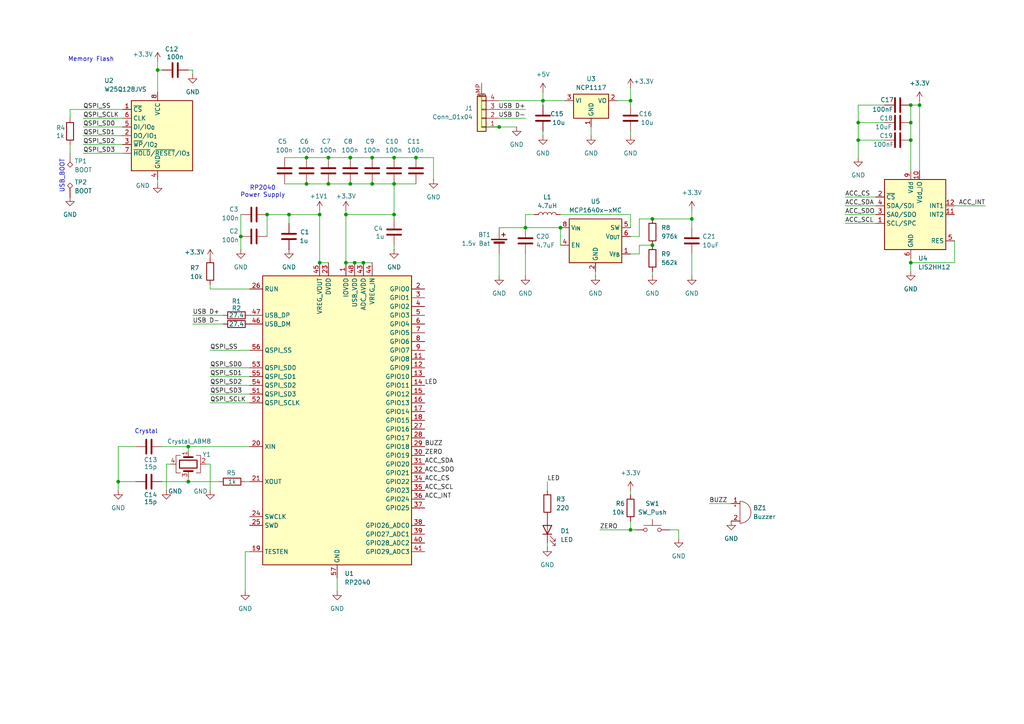
<source format=kicad_sch>
(kicad_sch (version 20250114) (generator "eeschema") (generator_version "9.0")
  (paper "A4")
  (lib_symbols
    (symbol "Connector:TestPoint_Alt" (pin_numbers (hide yes)) (pin_names (offset 0.762) (hide yes))
      (property "Reference" "TP" (at 0 6.858 0))
      (property "Value" "TestPoint_Alt" (at 0 5.08 0))
      (symbol "TestPoint_Alt_0_1"
        (polyline (pts (xy 0 2.54) (xy -0.762 3.302) (xy 0 4.064) (xy 0.762 3.302) (xy 0 2.54)))
      )
      (symbol "TestPoint_Alt_1_1"
        (pin passive line (at 0 0 90) (length 2.54) (name "1") (number "1"))
      )
    )
    (symbol "Connector_Generic_MountingPin:Conn_01x04_MountingPin" (pin_names (offset 1.016) (hide yes))
      (property "Reference" "J" (at 0 5.08 0))
      (property "Value" "Conn_01x04_MountingPin" (at 1.27 -7.62 0))
      (symbol "Conn_01x04_MountingPin_1_1"
        (rectangle (start -1.27 3.81) (end 1.27 -6.35) (stroke (width 0.254)) (fill (type background)))
        (rectangle (start -1.27 2.667) (end 0 2.413) (stroke (width 0.1524)))
        (rectangle (start -1.27 0.127) (end 0 -0.127) (stroke (width 0.1524)))
        (rectangle (start -1.27 -2.413) (end 0 -2.667) (stroke (width 0.1524)))
        (rectangle (start -1.27 -4.953) (end 0 -5.207) (stroke (width 0.1524)))
        (polyline (pts (xy -1.016 -7.112) (xy 1.016 -7.112)) (stroke (width 0.1524)))
        (text "Mounting" (at 0 -6.731 0) (effects (font (size 0.381 0.381))))
        (pin passive line (at -5.08 2.54 0) (length 3.81) (name "Pin_1") (number "1"))
        (pin passive line (at -5.08 0 0) (length 3.81) (name "Pin_2") (number "2"))
        (pin passive line (at -5.08 -2.54 0) (length 3.81) (name "Pin_3") (number "3"))
        (pin passive line (at -5.08 -5.08 0) (length 3.81) (name "Pin_4") (number "4"))
        (pin passive line (at 0 -10.16 90) (length 3.048) (name "MountPin") (number "MP"))
      )
    )
    (symbol "Device:Battery_Cell" (pin_numbers (hide yes)) (pin_names (offset 0) (hide yes))
      (property "Reference" "BT" (at 2.54 2.54 0))
      (property "Value" "Battery_Cell" (at 2.54 0 0))
      (symbol "Battery_Cell_0_1"
        (rectangle (start -2.286 1.778) (end 2.286 1.524) (fill (type outline)))
        (rectangle (start -1.524 1.016) (end 1.524 0.508) (fill (type outline)))
        (polyline (pts (xy 0 1.778) (xy 0 2.54)))
        (polyline (pts (xy 0 0.762) (xy 0 0)))
        (polyline (pts (xy 0.762 3.048) (xy 1.778 3.048)) (stroke (width 0.254)))
        (polyline (pts (xy 1.27 3.556) (xy 1.27 2.54)) (stroke (width 0.254)))
      )
      (symbol "Battery_Cell_1_1"
        (pin passive line (at 0 5.08 270) (length 2.54) (name "+") (number "1"))
        (pin passive line (at 0 -2.54 90) (length 2.54) (name "-") (number "2"))
      )
    )
    (symbol "Device:Buzzer" (pin_names (offset 0.0254) (hide yes))
      (property "Reference" "BZ" (at 3.81 1.27 0))
      (property "Value" "Buzzer" (at 3.81 -1.27 0))
      (symbol "Buzzer_0_1"
        (polyline (pts (xy -1.651 1.905) (xy -1.143 1.905)))
        (polyline (pts (xy -1.397 2.159) (xy -1.397 1.651)))
        (arc (start 0 3.175) (mid 3.1612 0) (end 0 -3.175))
        (polyline (pts (xy 0 3.175) (xy 0 -3.175)))
      )
      (symbol "Buzzer_1_1"
        (pin passive line (at -2.54 2.54 0) (length 2.54) (name "+") (number "1"))
        (pin passive line (at -2.54 -2.54 0) (length 2.54) (name "-") (number "2"))
      )
    )
    (symbol "Device:C" (pin_numbers (hide yes)) (pin_names (offset 0.254))
      (property "Reference" "C" (at 0.635 2.54 0))
      (property "Value" "C" (at 0.635 -2.54 0))
      (symbol "C_0_1"
        (polyline (pts (xy -2.032 0.762) (xy 2.032 0.762)) (stroke (width 0.508)))
        (polyline (pts (xy -2.032 -0.762) (xy 2.032 -0.762)) (stroke (width 0.508)))
      )
      (symbol "C_1_1"
        (pin passive line (at 0 3.81 270) (length 2.794) (name "~") (number "1"))
        (pin passive line (at 0 -3.81 90) (length 2.794) (name "~") (number "2"))
      )
    )
    (symbol "Device:Crystal_GND24" (pin_names (offset 1.016) (hide yes))
      (property "Reference" "Y" (at 3.175 5.08 0))
      (property "Value" "Crystal_GND24" (at 3.175 3.175 0))
      (symbol "Crystal_GND24_0_1"
        (polyline (pts (xy -2.54 2.286) (xy -2.54 3.556) (xy 2.54 3.556) (xy 2.54 2.286)))
        (polyline (pts (xy -2.54 0) (xy -2.032 0)))
        (polyline (pts (xy -2.54 -2.286) (xy -2.54 -3.556) (xy 2.54 -3.556) (xy 2.54 -2.286)))
        (polyline (pts (xy -2.032 -1.27) (xy -2.032 1.27)) (stroke (width 0.508)))
        (rectangle (start -1.143 2.54) (end 1.143 -2.54) (stroke (width 0.3048)))
        (polyline (pts (xy 0 3.556) (xy 0 3.81)))
        (polyline (pts (xy 0 -3.81) (xy 0 -3.556)))
        (polyline (pts (xy 2.032 0) (xy 2.54 0)))
        (polyline (pts (xy 2.032 -1.27) (xy 2.032 1.27)) (stroke (width 0.508)))
      )
      (symbol "Crystal_GND24_1_1"
        (pin passive line (at -3.81 0 0) (length 1.27) (name "1") (number "1"))
        (pin passive line (at 0 5.08 270) (length 1.27) (name "2") (number "2"))
        (pin passive line (at 0 -5.08 90) (length 1.27) (name "4") (number "4"))
        (pin passive line (at 3.81 0 180) (length 1.27) (name "3") (number "3"))
      )
    )
    (symbol "Device:L" (pin_numbers (hide yes)) (pin_names (offset 1.016) (hide yes))
      (property "Reference" "L" (at -1.27 0 90))
      (property "Value" "L" (at 1.905 0 90))
      (symbol "L_0_1"
        (arc (start 0 2.54) (mid 0.6323 1.905) (end 0 1.27))
        (arc (start 0 1.27) (mid 0.6323 0.635) (end 0 0))
        (arc (start 0 0) (mid 0.6323 -0.635) (end 0 -1.27))
        (arc (start 0 -1.27) (mid 0.6323 -1.905) (end 0 -2.54))
      )
      (symbol "L_1_1"
        (pin passive line (at 0 3.81 270) (length 1.27) (name "1") (number "1"))
        (pin passive line (at 0 -3.81 90) (length 1.27) (name "2") (number "2"))
      )
    )
    (symbol "Device:LED" (pin_numbers (hide yes)) (pin_names (offset 1.016) (hide yes))
      (property "Reference" "D" (at 0 2.54 0))
      (property "Value" "LED" (at 0 -2.54 0))
      (symbol "LED_0_1"
        (polyline (pts (xy -3.048 -0.762) (xy -4.572 -2.286) (xy -3.81 -2.286) (xy -4.572 -2.286) (xy -4.572 -1.524)))
        (polyline (pts (xy -1.778 -0.762) (xy -3.302 -2.286) (xy -2.54 -2.286) (xy -3.302 -2.286) (xy -3.302 -1.524)))
        (polyline (pts (xy -1.27 0) (xy 1.27 0)))
        (polyline (pts (xy -1.27 -1.27) (xy -1.27 1.27)) (stroke (width 0.254)))
        (polyline (pts (xy 1.27 -1.27) (xy 1.27 1.27) (xy -1.27 0) (xy 1.27 -1.27)) (stroke (width 0.254)))
      )
      (symbol "LED_1_1"
        (pin passive line (at -3.81 0 0) (length 2.54) (name "K") (number "1"))
        (pin passive line (at 3.81 0 180) (length 2.54) (name "A") (number "2"))
      )
    )
    (symbol "Device:R" (pin_numbers (hide yes)) (pin_names (offset 0))
      (property "Reference" "R" (at 2.032 0 90))
      (property "Value" "R" (at 0 0 90))
      (symbol "R_0_1"
        (rectangle (start -1.016 -2.54) (end 1.016 2.54) (stroke (width 0.254)))
      )
      (symbol "R_1_1"
        (pin passive line (at 0 3.81 270) (length 1.27) (name "~") (number "1"))
        (pin passive line (at 0 -3.81 90) (length 1.27) (name "~") (number "2"))
      )
    )
    (symbol "MCU_RaspberryPi:RP2040"
      (property "Reference" "U" (at 17.78 45.72 0))
      (property "Value" "RP2040" (at 17.78 43.18 0))
      (symbol "RP2040_0_1"
        (rectangle (start -21.59 41.91) (end 21.59 -41.91) (stroke (width 0.254)) (fill (type background)))
      )
      (symbol "RP2040_1_1"
        (pin input line (at -25.4 38.1 0) (length 3.81) (name "RUN") (number "26"))
        (pin bidirectional line (at -25.4 30.48 0) (length 3.81) (name "USB_DP") (number "47"))
        (pin bidirectional line (at -25.4 27.94 0) (length 3.81) (name "USB_DM") (number "46"))
        (pin bidirectional line (at -25.4 20.32 0) (length 3.81) (name "QSPI_SS") (number "56"))
        (pin bidirectional line (at -25.4 15.24 0) (length 3.81) (name "QSPI_SD0") (number "53"))
        (pin bidirectional line (at -25.4 12.7 0) (length 3.81) (name "QSPI_SD1") (number "55"))
        (pin bidirectional line (at -25.4 10.16 0) (length 3.81) (name "QSPI_SD2") (number "54"))
        (pin bidirectional line (at -25.4 7.62 0) (length 3.81) (name "QSPI_SD3") (number "51"))
        (pin output line (at -25.4 5.08 0) (length 3.81) (name "QSPI_SCLK") (number "52"))
        (pin input line (at -25.4 -7.62 0) (length 3.81) (name "XIN") (number "20"))
        (pin passive line (at -25.4 -17.78 0) (length 3.81) (name "XOUT") (number "21"))
        (pin input line (at -25.4 -27.94 0) (length 3.81) (name "SWCLK") (number "24"))
        (pin bidirectional line (at -25.4 -30.48 0) (length 3.81) (name "SWD") (number "25"))
        (pin input line (at -25.4 -38.1 0) (length 3.81) (name "TESTEN") (number "19"))
        (pin power_out line (at -5.08 45.72 270) (length 3.81) (name "VREG_VOUT") (number "45"))
        (pin power_in line (at -2.54 45.72 270) (length 3.81) (name "DVDD") (number "23"))
        (pin passive line (at -2.54 45.72 270) (length 3.81) (hide yes) (name "DVDD") (number "50"))
        (pin power_in line (at 0 -45.72 90) (length 3.81) (name "GND") (number "57"))
        (pin power_in line (at 2.54 45.72 270) (length 3.81) (name "IOVDD") (number "1"))
        (pin passive line (at 2.54 45.72 270) (length 3.81) (hide yes) (name "IOVDD") (number "10"))
        (pin passive line (at 2.54 45.72 270) (length 3.81) (hide yes) (name "IOVDD") (number "22"))
        (pin passive line (at 2.54 45.72 270) (length 3.81) (hide yes) (name "IOVDD") (number "33"))
        (pin passive line (at 2.54 45.72 270) (length 3.81) (hide yes) (name "IOVDD") (number "42"))
        (pin passive line (at 2.54 45.72 270) (length 3.81) (hide yes) (name "IOVDD") (number "49"))
        (pin power_in line (at 5.08 45.72 270) (length 3.81) (name "USB_VDD") (number "48"))
        (pin power_in line (at 7.62 45.72 270) (length 3.81) (name "ADC_AVDD") (number "43"))
        (pin power_in line (at 10.16 45.72 270) (length 3.81) (name "VREG_IN") (number "44"))
        (pin bidirectional line (at 25.4 38.1 180) (length 3.81) (name "GPIO0") (number "2"))
        (pin bidirectional line (at 25.4 35.56 180) (length 3.81) (name "GPIO1") (number "3"))
        (pin bidirectional line (at 25.4 33.02 180) (length 3.81) (name "GPIO2") (number "4"))
        (pin bidirectional line (at 25.4 30.48 180) (length 3.81) (name "GPIO3") (number "5"))
        (pin bidirectional line (at 25.4 27.94 180) (length 3.81) (name "GPIO4") (number "6"))
        (pin bidirectional line (at 25.4 25.4 180) (length 3.81) (name "GPIO5") (number "7"))
        (pin bidirectional line (at 25.4 22.86 180) (length 3.81) (name "GPIO6") (number "8"))
        (pin bidirectional line (at 25.4 20.32 180) (length 3.81) (name "GPIO7") (number "9"))
        (pin bidirectional line (at 25.4 17.78 180) (length 3.81) (name "GPIO8") (number "11"))
        (pin bidirectional line (at 25.4 15.24 180) (length 3.81) (name "GPIO9") (number "12"))
        (pin bidirectional line (at 25.4 12.7 180) (length 3.81) (name "GPIO10") (number "13"))
        (pin bidirectional line (at 25.4 10.16 180) (length 3.81) (name "GPIO11") (number "14"))
        (pin bidirectional line (at 25.4 7.62 180) (length 3.81) (name "GPIO12") (number "15"))
        (pin bidirectional line (at 25.4 5.08 180) (length 3.81) (name "GPIO13") (number "16"))
        (pin bidirectional line (at 25.4 2.54 180) (length 3.81) (name "GPIO14") (number "17"))
        (pin bidirectional line (at 25.4 0 180) (length 3.81) (name "GPIO15") (number "18"))
        (pin bidirectional line (at 25.4 -2.54 180) (length 3.81) (name "GPIO16") (number "27"))
        (pin bidirectional line (at 25.4 -5.08 180) (length 3.81) (name "GPIO17") (number "28"))
        (pin bidirectional line (at 25.4 -7.62 180) (length 3.81) (name "GPIO18") (number "29"))
        (pin bidirectional line (at 25.4 -10.16 180) (length 3.81) (name "GPIO19") (number "30"))
        (pin bidirectional line (at 25.4 -12.7 180) (length 3.81) (name "GPIO20") (number "31"))
        (pin bidirectional line (at 25.4 -15.24 180) (length 3.81) (name "GPIO21") (number "32"))
        (pin bidirectional line (at 25.4 -17.78 180) (length 3.81) (name "GPIO22") (number "34"))
        (pin bidirectional line (at 25.4 -20.32 180) (length 3.81) (name "GPIO23") (number "35"))
        (pin bidirectional line (at 25.4 -22.86 180) (length 3.81) (name "GPIO24") (number "36"))
        (pin bidirectional line (at 25.4 -25.4 180) (length 3.81) (name "GPIO25") (number "37"))
        (pin bidirectional line (at 25.4 -30.48 180) (length 3.81) (name "GPIO26_ADC0") (number "38"))
        (pin bidirectional line (at 25.4 -33.02 180) (length 3.81) (name "GPIO27_ADC1") (number "39"))
        (pin bidirectional line (at 25.4 -35.56 180) (length 3.81) (name "GPIO28_ADC2") (number "40"))
        (pin bidirectional line (at 25.4 -38.1 180) (length 3.81) (name "GPIO29_ADC3") (number "41"))
      )
    )
    (symbol "Memory_Flash:W25Q128JVS"
      (property "Reference" "U" (at -6.35 11.43 0))
      (property "Value" "W25Q128JVS" (at 7.62 11.43 0))
      (symbol "W25Q128JVS_0_1"
        (rectangle (start -7.62 10.16) (end 10.16 -10.16) (stroke (width 0.254)) (fill (type background)))
      )
      (symbol "W25Q128JVS_1_1"
        (pin input line (at -10.16 7.62 0) (length 2.54) (name "~{CS}") (number "1"))
        (pin input line (at -10.16 5.08 0) (length 2.54) (name "CLK") (number "6"))
        (pin bidirectional line (at -10.16 2.54 0) (length 2.54) (name "DI/IO_{0}") (number "5"))
        (pin bidirectional line (at -10.16 0 0) (length 2.54) (name "DO/IO_{1}") (number "2"))
        (pin bidirectional line (at -10.16 -2.54 0) (length 2.54) (name "~{WP}/IO_{2}") (number "3"))
        (pin bidirectional line (at -10.16 -5.08 0) (length 2.54) (name "~{HOLD}/~{RESET}/IO_{3}") (number "7"))
        (pin power_in line (at 0 12.7 270) (length 2.54) (name "VCC") (number "8"))
        (pin power_in line (at 0 -12.7 90) (length 2.54) (name "GND") (number "4"))
      )
    )
    (symbol "Regulator_Linear:NCP1117-3.3_SOT223"
      (property "Reference" "U" (at -3.81 3.175 0))
      (property "Value" "NCP1117-3.3_SOT223" (at 0 3.175 0))
      (symbol "NCP1117-3.3_SOT223_0_1"
        (rectangle (start -5.08 -5.08) (end 5.08 1.905) (stroke (width 0.254)) (fill (type background)))
      )
      (symbol "NCP1117-3.3_SOT223_1_1"
        (pin power_in line (at -7.62 0 0) (length 2.54) (name "VI") (number "3"))
        (pin power_in line (at 0 -7.62 90) (length 2.54) (name "GND") (number "1"))
        (pin power_out line (at 7.62 0 180) (length 2.54) (name "VO") (number "2"))
      )
    )
    (symbol "Regulator_Switching:MCP1640x-xMC"
      (property "Reference" "U" (at -7.62 8.89 0))
      (property "Value" "MCP1640x-xMC" (at 0 8.89 0))
      (symbol "MCP1640x-xMC_0_1"
        (rectangle (start -7.62 7.62) (end 7.62 -5.08) (stroke (width 0.254)) (fill (type background)))
      )
      (symbol "MCP1640x-xMC_1_1"
        (pin power_in line (at -10.16 5.08 0) (length 2.54) (name "V_{IN}") (number "8"))
        (pin input line (at -10.16 0 0) (length 2.54) (name "EN") (number "4"))
        (pin power_in line (at 0 -7.62 90) (length 2.54) (name "GND") (number "2"))
        (pin passive line (at 0 -7.62 90) (length 2.54) (hide yes) (name "GND") (number "3"))
        (pin passive line (at 0 -7.62 90) (length 2.54) (hide yes) (name "GND") (number "9"))
        (pin input line (at 10.16 5.08 180) (length 2.54) (name "SW") (number "5"))
        (pin power_out line (at 10.16 2.54 180) (length 2.54) (name "V_{OUT}") (number "6"))
        (pin passive line (at 10.16 2.54 180) (length 2.54) (hide yes) (name "V_{OUT}") (number "7"))
        (pin input line (at 10.16 -2.54 180) (length 2.54) (name "V_{FB}") (number "1"))
      )
    )
    (symbol "Sensor_Motion:LIS2HH12"
      (property "Reference" "U" (at -5.08 11.43 0))
      (property "Value" "LIS2HH12" (at 3.81 11.43 0))
      (symbol "LIS2HH12_0_1"
        (rectangle (start -7.62 10.16) (end 10.16 -10.16) (stroke (width 0.254)) (fill (type background)))
      )
      (symbol "LIS2HH12_1_1"
        (pin input line (at -10.16 5.08 0) (length 2.54) (name "~{CS}") (number "2"))
        (pin bidirectional line (at -10.16 2.54 0) (length 2.54) (name "SDA/SDI") (number "4"))
        (pin bidirectional line (at -10.16 0 0) (length 2.54) (name "SA0/SDO") (number "3"))
        (pin input line (at -10.16 -2.54 0) (length 2.54) (name "SCL/SPC") (number "1"))
        (pin power_in line (at 0 12.7 270) (length 2.54) (name "Vdd") (number "9"))
        (pin power_in line (at 0 -12.7 90) (length 2.54) (name "GND") (number "6"))
        (pin passive line (at 0 -12.7 90) (length 2.54) (hide yes) (name "GND") (number "7"))
        (pin passive line (at 0 -12.7 90) (length 2.54) (hide yes) (name "GND") (number "8"))
        (pin power_in line (at 2.54 12.7 270) (length 2.54) (name "Vdd_IO") (number "10"))
        (pin output line (at 12.7 2.54 180) (length 2.54) (name "INT1") (number "12"))
        (pin output line (at 12.7 0 180) (length 2.54) (name "INT2") (number "11"))
        (pin passive line (at 12.7 -7.62 180) (length 2.54) (name "RES") (number "5"))
      )
    )
    (symbol "Switch:SW_Push" (pin_numbers (hide yes)) (pin_names (offset 1.016) (hide yes))
      (property "Reference" "SW" (at 1.27 2.54 0))
      (property "Value" "SW_Push" (at 0 -1.524 0))
      (symbol "SW_Push_0_1"
        (circle (center -2.032 0) (radius 0.508))
        (polyline (pts (xy 0 1.27) (xy 0 3.048)))
        (circle (center 2.032 0) (radius 0.508))
        (polyline (pts (xy 2.54 1.27) (xy -2.54 1.27)))
        (pin passive line (at -5.08 0 0) (length 2.54) (name "1") (number "1"))
        (pin passive line (at 5.08 0 180) (length 2.54) (name "2") (number "2"))
      )
    )
    (symbol "power:+1V1" (power) (pin_numbers (hide yes)) (pin_names (offset 0) (hide yes))
      (property "Value" "+1V1" (at 0 3.556 0))
      (symbol "+1V1_0_1"
        (polyline (pts (xy -0.762 1.27) (xy 0 2.54)))
        (polyline (pts (xy 0 2.54) (xy 0.762 1.27)))
        (polyline (pts (xy 0 0) (xy 0 2.54)))
      )
      (symbol "+1V1_1_1"
        (pin power_in line (at 0 0 90) (length 0) (name "~") (number "1"))
      )
    )
    (symbol "power:+3.3V" (power) (pin_numbers (hide yes)) (pin_names (offset 0) (hide yes))
      (property "Value" "+3.3V" (at 0 3.556 0))
      (symbol "+3.3V_0_1"
        (polyline (pts (xy -0.762 1.27) (xy 0 2.54)))
        (polyline (pts (xy 0 2.54) (xy 0.762 1.27)))
        (polyline (pts (xy 0 0) (xy 0 2.54)))
      )
      (symbol "+3.3V_1_1"
        (pin power_in line (at 0 0 90) (length 0) (name "~") (number "1"))
      )
    )
    (symbol "power:+5V" (power) (pin_numbers (hide yes)) (pin_names (offset 0) (hide yes))
      (property "Value" "+5V" (at 0 3.556 0))
      (symbol "+5V_0_1"
        (polyline (pts (xy -0.762 1.27) (xy 0 2.54)))
        (polyline (pts (xy 0 2.54) (xy 0.762 1.27)))
        (polyline (pts (xy 0 0) (xy 0 2.54)))
      )
      (symbol "+5V_1_1"
        (pin power_in line (at 0 0 90) (length 0) (name "~") (number "1"))
      )
    )
    (symbol "power:GND" (power) (pin_numbers (hide yes)) (pin_names (offset 0) (hide yes))
      (property "Value" "GND" (at 0 -3.81 0))
      (symbol "GND_0_1"
        (polyline (pts (xy 0 0) (xy 0 -1.27) (xy 1.27 -1.27) (xy 0 -2.54) (xy -1.27 -1.27) (xy 0 -1.27)))
      )
      (symbol "GND_1_1"
        (pin power_in line (at 0 0 270) (length 0) (name "~") (number "1"))
      )
    )
  )
  (text "RP2040\nPower Supply" (at 76.2 55.626 0) (effects (font (size 1.27 1.27))))
  (text "Crystal" (at 42.418 125.222 0) (effects (font (size 1.27 1.27))))
  (text "Memory Flash" (at 26.416 17.272 0) (effects (font (size 1.27 1.27))))
  (text "USB_BOOT" (at 18.034 51.054 90) (effects (font (size 1.27 1.27))))
  (junction (at 114.3 62.23))
  (junction (at 264.16 35.56))
  (junction (at 144.78 36.83))
  (junction (at 101.6 45.72))
  (junction (at 248.92 35.56))
  (junction (at 88.9 45.72))
  (junction (at 102.87 76.2))
  (junction (at 45.72 20.32))
  (junction (at 107.95 45.72))
  (junction (at 264.16 30.48))
  (junction (at 83.82 62.23))
  (junction (at 200.66 63.5))
  (junction (at 69.85 68.58))
  (junction (at 114.3 53.34))
  (junction (at 100.33 76.2))
  (junction (at 54.61 129.54))
  (junction (at 88.9 53.34))
  (junction (at 264.16 40.64))
  (junction (at 264.16 76.2))
  (junction (at 182.88 153.67))
  (junction (at 157.48 29.21))
  (junction (at 162.56 66.04))
  (junction (at 95.25 53.34))
  (junction (at 182.88 29.21))
  (junction (at 114.3 45.72))
  (junction (at 101.6 53.34))
  (junction (at 34.29 139.7))
  (junction (at 77.47 62.23))
  (junction (at 120.65 45.72))
  (junction (at 248.92 40.64))
  (junction (at 92.71 76.2))
  (junction (at 189.23 63.5))
  (junction (at 107.95 53.34))
  (junction (at 54.61 139.7))
  (junction (at 266.7 30.48))
  (junction (at 152.4 66.04))
  (junction (at 105.41 76.2))
  (junction (at 95.25 45.72))
  (junction (at 100.33 62.23))
  (junction (at 189.23 71.12))
  (junction (at 92.71 62.23))
  (wire (pts (xy 100.33 62.23) (xy 100.33 76.2)))
  (wire (pts (xy 20.32 31.75) (xy 35.56 31.75)))
  (wire (pts (xy 256.54 30.48) (xy 248.92 30.48)))
  (wire (pts (xy 157.48 26.67) (xy 157.48 29.21)))
  (wire (pts (xy 107.95 45.72) (xy 114.3 45.72)))
  (wire (pts (xy 55.88 91.44) (xy 64.77 91.44)))
  (wire (pts (xy 54.61 20.32) (xy 55.88 20.32)))
  (wire (pts (xy 152.4 66.04) (xy 162.56 66.04)))
  (wire (pts (xy 60.96 82.55) (xy 60.96 83.82)))
  (wire (pts (xy 157.48 29.21) (xy 163.83 29.21)))
  (wire (pts (xy 46.99 139.7) (xy 54.61 139.7)))
  (wire (pts (xy 54.61 129.54) (xy 72.39 129.54)))
  (wire (pts (xy 276.86 76.2) (xy 264.16 76.2)))
  (wire (pts (xy 182.88 142.24) (xy 182.88 143.51)))
  (wire (pts (xy 24.13 44.45) (xy 35.56 44.45)))
  (wire (pts (xy 114.3 62.23) (xy 114.3 63.5)))
  (wire (pts (xy 248.92 30.48) (xy 248.92 35.56)))
  (wire (pts (xy 182.88 38.1) (xy 182.88 39.37)))
  (wire (pts (xy 144.78 36.83) (xy 149.86 36.83)))
  (wire (pts (xy 264.16 76.2) (xy 264.16 74.93)))
  (wire (pts (xy 20.32 44.45) (xy 20.32 41.91)))
  (wire (pts (xy 264.16 78.74) (xy 264.16 76.2)))
  (wire (pts (xy 200.66 73.66) (xy 200.66 80.01)))
  (wire (pts (xy 245.11 64.77) (xy 254 64.77)))
  (wire (pts (xy 54.61 139.7) (xy 63.5 139.7)))
  (wire (pts (xy 24.13 41.91) (xy 35.56 41.91)))
  (wire (pts (xy 185.42 63.5) (xy 185.42 68.58)))
  (wire (pts (xy 248.92 40.64) (xy 248.92 45.72)))
  (wire (pts (xy 266.7 30.48) (xy 266.7 49.53)))
  (wire (pts (xy 264.16 35.56) (xy 264.16 40.64)))
  (wire (pts (xy 60.96 83.82) (xy 72.39 83.82)))
  (wire (pts (xy 60.96 114.3) (xy 72.39 114.3)))
  (wire (pts (xy 200.66 63.5) (xy 200.66 66.04)))
  (wire (pts (xy 69.85 62.23) (xy 69.85 68.58)))
  (wire (pts (xy 55.88 20.32) (xy 55.88 21.59)))
  (wire (pts (xy 162.56 66.04) (xy 162.56 71.12)))
  (wire (pts (xy 276.86 59.69) (xy 285.75 59.69)))
  (wire (pts (xy 245.11 57.15) (xy 254 57.15)))
  (wire (pts (xy 107.95 53.34) (xy 114.3 53.34)))
  (wire (pts (xy 114.3 53.34) (xy 114.3 62.23)))
  (wire (pts (xy 71.12 160.02) (xy 72.39 160.02)))
  (wire (pts (xy 48.26 134.62) (xy 49.53 134.62)))
  (wire (pts (xy 182.88 151.13) (xy 182.88 153.67)))
  (wire (pts (xy 46.99 129.54) (xy 54.61 129.54)))
  (wire (pts (xy 158.75 139.7) (xy 158.75 142.24)))
  (wire (pts (xy 60.96 101.6) (xy 72.39 101.6)))
  (wire (pts (xy 82.55 45.72) (xy 88.9 45.72)))
  (wire (pts (xy 71.12 171.45) (xy 71.12 160.02)))
  (wire (pts (xy 185.42 68.58) (xy 182.88 68.58)))
  (wire (pts (xy 92.71 62.23) (xy 92.71 76.2)))
  (wire (pts (xy 54.61 130.81) (xy 54.61 129.54)))
  (wire (pts (xy 82.55 53.34) (xy 88.9 53.34)))
  (wire (pts (xy 71.12 139.7) (xy 72.39 139.7)))
  (wire (pts (xy 24.13 39.37) (xy 35.56 39.37)))
  (wire (pts (xy 60.96 109.22) (xy 72.39 109.22)))
  (wire (pts (xy 55.88 93.98) (xy 64.77 93.98)))
  (wire (pts (xy 77.47 62.23) (xy 77.47 68.58)))
  (wire (pts (xy 83.82 62.23) (xy 92.71 62.23)))
  (wire (pts (xy 194.31 153.67) (xy 196.85 153.67)))
  (wire (pts (xy 77.47 62.23) (xy 83.82 62.23)))
  (wire (pts (xy 139.7 36.83) (xy 144.78 36.83)))
  (wire (pts (xy 152.4 62.23) (xy 154.94 62.23)))
  (wire (pts (xy 92.71 60.96) (xy 92.71 62.23)))
  (wire (pts (xy 173.99 153.67) (xy 182.88 153.67)))
  (wire (pts (xy 101.6 53.34) (xy 107.95 53.34)))
  (wire (pts (xy 200.66 60.96) (xy 200.66 63.5)))
  (wire (pts (xy 184.15 153.67) (xy 182.88 153.67)))
  (wire (pts (xy 34.29 139.7) (xy 39.37 139.7)))
  (wire (pts (xy 102.87 76.2) (xy 105.41 76.2)))
  (wire (pts (xy 182.88 29.21) (xy 179.07 29.21)))
  (wire (pts (xy 196.85 153.67) (xy 196.85 156.21)))
  (wire (pts (xy 120.65 45.72) (xy 114.3 45.72)))
  (wire (pts (xy 185.42 73.66) (xy 182.88 73.66)))
  (wire (pts (xy 266.7 29.21) (xy 266.7 30.48)))
  (wire (pts (xy 245.11 62.23) (xy 254 62.23)))
  (wire (pts (xy 189.23 63.5) (xy 200.66 63.5)))
  (wire (pts (xy 264.16 30.48) (xy 266.7 30.48)))
  (wire (pts (xy 95.25 45.72) (xy 101.6 45.72)))
  (wire (pts (xy 92.71 76.2) (xy 95.25 76.2)))
  (wire (pts (xy 157.48 30.48) (xy 157.48 29.21)))
  (wire (pts (xy 264.16 40.64) (xy 264.16 49.53)))
  (wire (pts (xy 157.48 29.21) (xy 144.78 29.21)))
  (wire (pts (xy 182.88 30.48) (xy 182.88 29.21)))
  (wire (pts (xy 34.29 142.24) (xy 34.29 139.7)))
  (wire (pts (xy 54.61 139.7) (xy 54.61 138.43)))
  (wire (pts (xy 60.96 134.62) (xy 59.69 134.62)))
  (wire (pts (xy 60.96 111.76) (xy 72.39 111.76)))
  (wire (pts (xy 248.92 35.56) (xy 256.54 35.56)))
  (wire (pts (xy 144.78 31.75) (xy 152.4 31.75)))
  (wire (pts (xy 144.78 80.01) (xy 144.78 73.66)))
  (wire (pts (xy 100.33 62.23) (xy 114.3 62.23)))
  (wire (pts (xy 83.82 62.23) (xy 83.82 64.77)))
  (wire (pts (xy 162.56 62.23) (xy 182.88 62.23)))
  (wire (pts (xy 276.86 69.85) (xy 276.86 76.2)))
  (wire (pts (xy 144.78 34.29) (xy 152.4 34.29)))
  (wire (pts (xy 264.16 30.48) (xy 264.16 35.56)))
  (wire (pts (xy 189.23 80.01) (xy 189.23 78.74)))
  (wire (pts (xy 45.72 17.78) (xy 45.72 20.32)))
  (wire (pts (xy 101.6 45.72) (xy 107.95 45.72)))
  (wire (pts (xy 158.75 158.75) (xy 158.75 157.48)))
  (wire (pts (xy 105.41 76.2) (xy 107.95 76.2)))
  (wire (pts (xy 48.26 142.24) (xy 48.26 134.62)))
  (wire (pts (xy 114.3 53.34) (xy 120.65 53.34)))
  (wire (pts (xy 45.72 53.34) (xy 45.72 52.07)))
  (wire (pts (xy 139.7 24.13) (xy 139.7 36.83)))
  (wire (pts (xy 205.74 146.05) (xy 212.09 146.05)))
  (wire (pts (xy 34.29 129.54) (xy 34.29 139.7)))
  (wire (pts (xy 248.92 40.64) (xy 256.54 40.64)))
  (wire (pts (xy 172.72 78.74) (xy 172.72 80.01)))
  (wire (pts (xy 24.13 34.29) (xy 35.56 34.29)))
  (wire (pts (xy 24.13 36.83) (xy 35.56 36.83)))
  (wire (pts (xy 125.73 45.72) (xy 120.65 45.72)))
  (wire (pts (xy 144.78 66.04) (xy 152.4 66.04)))
  (wire (pts (xy 45.72 20.32) (xy 46.99 20.32)))
  (wire (pts (xy 88.9 53.34) (xy 95.25 53.34)))
  (wire (pts (xy 34.29 129.54) (xy 39.37 129.54)))
  (wire (pts (xy 185.42 63.5) (xy 189.23 63.5)))
  (wire (pts (xy 248.92 35.56) (xy 248.92 40.64)))
  (wire (pts (xy 125.73 45.72) (xy 125.73 52.07)))
  (wire (pts (xy 157.48 39.37) (xy 157.48 38.1)))
  (wire (pts (xy 185.42 71.12) (xy 189.23 71.12)))
  (wire (pts (xy 45.72 20.32) (xy 45.72 26.67)))
  (wire (pts (xy 182.88 62.23) (xy 182.88 66.04)))
  (wire (pts (xy 20.32 34.29) (xy 20.32 31.75)))
  (wire (pts (xy 245.11 59.69) (xy 254 59.69)))
  (wire (pts (xy 185.42 71.12) (xy 185.42 73.66)))
  (wire (pts (xy 97.79 171.45) (xy 97.79 167.64)))
  (wire (pts (xy 100.33 76.2) (xy 102.87 76.2)))
  (wire (pts (xy 152.4 80.01) (xy 152.4 73.66)))
  (wire (pts (xy 182.88 25.4) (xy 182.88 29.21)))
  (wire (pts (xy 60.96 116.84) (xy 72.39 116.84)))
  (wire (pts (xy 152.4 62.23) (xy 152.4 66.04)))
  (wire (pts (xy 95.25 53.34) (xy 101.6 53.34)))
  (wire (pts (xy 60.96 106.68) (xy 72.39 106.68)))
  (wire (pts (xy 69.85 68.58) (xy 69.85 72.39)))
  (wire (pts (xy 171.45 36.83) (xy 171.45 39.37)))
  (wire (pts (xy 60.96 142.24) (xy 60.96 134.62)))
  (wire (pts (xy 100.33 60.96) (xy 100.33 62.23)))
  (wire (pts (xy 88.9 45.72) (xy 95.25 45.72)))
  (wire (pts (xy 114.3 71.12) (xy 114.3 72.39)))
  (label "BUZZ" (at 123.19 129.54 0))
  (label "QSPI_SS" (at 24.13 31.75 0))
  (label "ACC_INT" (at 123.19 144.78 0))
  (label "BUZZ" (at 205.74 146.05 0))
  (label "QSPI_SS" (at 60.96 101.6 0))
  (label "LED" (at 158.75 139.7 0))
  (label "ACC_CS" (at 123.19 139.7 0))
  (label "ACC_SDA" (at 123.19 134.62 0))
  (label "QSPI_SD0" (at 60.96 106.68 0))
  (label "QSPI_SD2" (at 24.13 41.91 0))
  (label "USB D+" (at 152.4 31.75 180))
  (label "QSPI_SD3" (at 60.96 114.3 0))
  (label "ACC_SDO" (at 123.19 137.16 0))
  (label "ACC_SCL" (at 123.19 142.24 0))
  (label "QSPI_SD1" (at 24.13 39.37 0))
  (label "QSPI_SCLK" (at 24.13 34.29 0))
  (label "ACC_CS" (at 245.11 57.15 0))
  (label "QSPI_SD0" (at 24.13 36.83 0))
  (label "QSPI_SD2" (at 60.96 111.76 0))
  (label "LED" (at 123.19 111.76 0))
  (label "QSPI_SCLK" (at 60.96 116.84 0))
  (label "ACC_SDO" (at 245.11 62.23 0))
  (label "USB D-" (at 55.88 93.98 0))
  (label "ZERO" (at 173.99 153.67 0))
  (label "ACC_INT" (at 285.75 59.69 180))
  (label "QSPI_SD3" (at 24.13 44.45 0))
  (label "USB D-" (at 152.4 34.29 180))
  (label "QSPI_SD1" (at 60.96 109.22 0))
  (label "ACC_SDA" (at 245.11 59.69 0))
  (label "ACC_SCL" (at 245.11 64.77 0))
  (label "USB D+" (at 55.88 91.44 0))
  (label "ZERO" (at 123.19 132.08 0))
  (symbol (lib_id "Regulator_Linear:NCP1117-3.3_SOT223") (at 171.45 29.21 0) (unit 1)
    (property "Reference" "U3" (at 171.45 22.86 0))
    (property "Value" "NCP1117" (at 171.45 25.4 0))
    (property "Footprint" "Package_TO_SOT_SMD:SOT-223-3_TabPin2" (effects (hide yes)))
    (property "Datasheet" "http://www.onsemi.com/pub_link/Collateral/NCP1117-D.PDF" (effects (hide yes)))
    (property "Description" "1A Low drop-out regulator, Fixed Output 3.3V, SOT-223" (effects (hide yes)))
  )
  (symbol (lib_id "Device:C") (at 114.3 67.31 180) (unit 1)
    (property "Reference" "C4" (at 109.728 66.294 0))
    (property "Value" "1u" (at 110.236 68.58 0))
    (property "Footprint" "Capacitor_SMD:C_0402_1005Metric" (effects (hide yes)))
    (property "Description" "Unpolarized capacitor" (effects (hide yes)))
  )
  (symbol (lib_id "Device:C") (at 73.66 62.23 90) (unit 1)
    (property "Reference" "C3" (at 67.818 60.706 90))
    (property "Value" "100n" (at 66.802 63.246 90))
    (property "Footprint" "Capacitor_SMD:C_0402_1005Metric" (effects (hide yes)))
    (property "Description" "Unpolarized capacitor" (effects (hide yes)))
  )
  (symbol (lib_id "Device:C") (at 152.4 69.85 0) (unit 1)
    (property "Reference" "C20" (at 155.448 68.58 0) (effects (justify left)))
    (property "Value" "4.7uF" (at 155.448 71.12 0) (effects (justify left)))
    (property "Footprint" "Capacitor_SMD:C_0402_1005Metric" (effects (hide yes)))
    (property "Description" "Unpolarized capacitor" (effects (hide yes)))
  )
  (symbol (lib_id "Device:C") (at 95.25 49.53 180) (unit 1)
    (property "Reference" "C7" (at 94.615 41.021 0))
    (property "Value" "100n" (at 95.123 43.561 0))
    (property "Footprint" "Capacitor_SMD:C_0402_1005Metric" (effects (hide yes)))
    (property "Description" "Unpolarized capacitor" (effects (hide yes)))
  )
  (symbol (lib_id "Device:Battery_Cell") (at 144.78 71.12 0) (unit 1)
    (property "Reference" "BT1" (at 138.684 68.072 0) (effects (justify left)))
    (property "Value" "1.5v Bat" (at 133.858 70.612 0) (effects (justify left)))
    (property "Footprint" "Battery:BatteryHolder_Keystone_2998_1x6.8mm" (effects (hide yes)))
    (property "Description" "Single-cell battery" (effects (hide yes)))
  )
  (symbol (lib_id "power:+3.3V") (at 100.33 60.96 0) (unit 1)
    (property "Reference" "#PWR028" (effects (hide yes)))
    (property "Value" "+3.3V" (at 100.33 56.896 0))
    (property "Description" "Power symbol creates a global label with name \"+3.3V\"" (effects (hide yes)))
  )
  (symbol (lib_id "power:GND") (at 200.66 80.01 0) (unit 1)
    (property "Reference" "#PWR017" (effects (hide yes)))
    (property "Value" "GND" (at 200.66 85.09 0))
    (property "Description" "Power symbol creates a global label with name \"GND\" , ground" (effects (hide yes)))
  )
  (symbol (lib_id "power:GND") (at 189.23 80.01 0) (unit 1)
    (property "Reference" "#PWR014" (effects (hide yes)))
    (property "Value" "GND" (at 189.23 85.09 0))
    (property "Description" "Power symbol creates a global label with name \"GND\" , ground" (effects (hide yes)))
  )
  (symbol (lib_id "power:GND") (at 55.88 21.59 0) (unit 1)
    (property "Reference" "#PWR040" (effects (hide yes)))
    (property "Value" "GND" (at 55.88 26.67 0))
    (property "Description" "Power symbol creates a global label with name \"GND\" , ground" (effects (hide yes)))
  )
  (symbol (lib_id "Device:C") (at 43.18 139.7 90) (unit 1)
    (property "Reference" "C14" (at 43.688 143.51 90))
    (property "Value" "15p" (at 43.688 145.542 90))
    (property "Footprint" "Capacitor_SMD:C_0402_1005Metric" (effects (hide yes)))
    (property "Description" "Unpolarized capacitor" (effects (hide yes)))
  )
  (symbol (lib_id "power:GND") (at 60.96 142.24 0) (unit 1)
    (property "Reference" "#PWR042" (effects (hide yes)))
    (property "Value" "GND" (at 58.166 142.494 0))
    (property "Description" "Power symbol creates a global label with name \"GND\" , ground" (effects (hide yes)))
  )
  (symbol (lib_id "power:GND") (at 158.75 158.75 0) (unit 1)
    (property "Reference" "#PWR02" (effects (hide yes)))
    (property "Value" "GND" (at 158.75 163.83 0))
    (property "Description" "Power symbol creates a global label with name \"GND\" , ground" (effects (hide yes)))
  )
  (symbol (lib_id "Device:R") (at 68.58 91.44 270) (unit 1)
    (property "Reference" "R1" (at 68.58 87.376 90))
    (property "Value" "27.4" (at 68.58 91.44 90))
    (property "Footprint" "Resistor_SMD:R_0402_1005Metric" (effects (hide yes)))
    (property "Description" "Resistor" (effects (hide yes)))
  )
  (symbol (lib_id "power:+1V1") (at 92.71 60.96 0) (unit 1)
    (property "Reference" "#PWR030" (effects (hide yes)))
    (property "Value" "+1V1" (at 92.456 56.896 0))
    (property "Description" "Power symbol creates a global label with name \"+1V1\"" (effects (hide yes)))
  )
  (symbol (lib_id "power:GND") (at 196.85 156.21 0) (unit 1)
    (property "Reference" "#PWR06" (effects (hide yes)))
    (property "Value" "GND" (at 196.85 161.29 0))
    (property "Description" "Power symbol creates a global label with name \"GND\" , ground" (effects (hide yes)))
  )
  (symbol (lib_id "power:GND") (at 97.79 171.45 0) (unit 1)
    (property "Reference" "#PWR018" (effects (hide yes)))
    (property "Value" "GND" (at 97.79 176.53 0))
    (property "Description" "Power symbol creates a global label with name \"GND\" , ground" (effects (hide yes)))
  )
  (symbol (lib_id "power:GND") (at 172.72 80.01 0) (unit 1)
    (property "Reference" "#PWR09" (effects (hide yes)))
    (property "Value" "GND" (at 172.72 85.09 0))
    (property "Description" "Power symbol creates a global label with name \"GND\" , ground" (effects (hide yes)))
  )
  (symbol (lib_id "Device:C") (at 73.66 68.58 90) (unit 1)
    (property "Reference" "C2" (at 67.818 67.056 90))
    (property "Value" "100n" (at 66.802 69.596 90))
    (property "Footprint" "Capacitor_SMD:C_0402_1005Metric" (effects (hide yes)))
    (property "Description" "Unpolarized capacitor" (effects (hide yes)))
  )
  (symbol (lib_id "Device:R") (at 189.23 74.93 0) (unit 1)
    (property "Reference" "R9" (at 191.77 73.6599 0) (effects (justify left)))
    (property "Value" "562k" (at 191.77 76.1999 0) (effects (justify left)))
    (property "Footprint" "Resistor_SMD:R_0402_1005Metric" (effects (hide yes)))
    (property "Description" "Resistor" (effects (hide yes)))
  )
  (symbol (lib_id "power:GND") (at 171.45 39.37 0) (unit 1)
    (property "Reference" "#PWR022" (effects (hide yes)))
    (property "Value" "GND" (at 171.45 44.45 0))
    (property "Description" "Power symbol creates a global label with name \"GND\" , ground" (effects (hide yes)))
  )
  (symbol (lib_id "Device:C") (at 260.35 30.48 90) (unit 1)
    (property "Reference" "C17" (at 257.302 28.956 90))
    (property "Value" "100nF" (at 256.032 31.75 90))
    (property "Footprint" "Capacitor_SMD:C_0402_1005Metric" (effects (hide yes)))
    (property "Description" "Unpolarized capacitor" (effects (hide yes)))
  )
  (symbol (lib_id "Device:C") (at 260.35 40.64 90) (unit 1)
    (property "Reference" "C19" (at 257.048 39.37 90))
    (property "Value" "100nF" (at 256.286 41.91 90))
    (property "Footprint" "Capacitor_SMD:C_0402_1005Metric" (effects (hide yes)))
    (property "Description" "Unpolarized capacitor" (effects (hide yes)))
  )
  (symbol (lib_id "power:GND") (at 149.86 36.83 0) (unit 1)
    (property "Reference" "#PWR03" (effects (hide yes)))
    (property "Value" "GND" (at 149.86 41.91 0))
    (property "Description" "Power symbol creates a global label with name \"GND\" , ground" (effects (hide yes)))
  )
  (symbol (lib_id "power:GND") (at 45.72 53.34 0) (unit 1)
    (property "Reference" "#PWR038" (effects (hide yes)))
    (property "Value" "GND" (at 41.402 53.848 0))
    (property "Description" "Power symbol creates a global label with name \"GND\" , ground" (effects (hide yes)))
  )
  (symbol (lib_id "Device:R") (at 20.32 38.1 180) (unit 1)
    (property "Reference" "R4" (at 16.256 37.084 0) (effects (justify right)))
    (property "Value" "1k" (at 16.256 39.37 0) (effects (justify right)))
    (property "Footprint" "Resistor_SMD:R_0402_1005Metric" (effects (hide yes)))
    (property "Description" "Resistor" (effects (hide yes)))
  )
  (symbol (lib_id "Device:Buzzer") (at 214.63 148.59 0) (unit 1)
    (property "Reference" "BZ1" (at 218.44 147.3199 0) (effects (justify left)))
    (property "Value" "Buzzer" (at 218.44 149.8599 0) (effects (justify left)))
    (property "Footprint" "Buzzer_Beeper:Buzzer_CUI_CPT-9019S-SMT" (effects (hide yes)))
    (property "Description" "Buzzer, polarized" (effects (hide yes)))
  )
  (symbol (lib_id "Device:C") (at 182.88 34.29 180) (unit 1)
    (property "Reference" "C16" (at 187.198 33.02 0))
    (property "Value" "10u" (at 187.706 35.56 0))
    (property "Footprint" "Capacitor_SMD:C_0402_1005Metric" (effects (hide yes)))
    (property "Description" "Unpolarized capacitor" (effects (hide yes)))
  )
  (symbol (lib_id "power:GND") (at 34.29 142.24 0) (unit 1)
    (property "Reference" "#PWR043" (effects (hide yes)))
    (property "Value" "GND" (at 34.29 147.32 0))
    (property "Description" "Power symbol creates a global label with name \"GND\" , ground" (effects (hide yes)))
  )
  (symbol (lib_id "Device:C") (at 82.55 49.53 180) (unit 1)
    (property "Reference" "C5" (at 81.915 41.021 0))
    (property "Value" "100n" (at 82.423 43.561 0))
    (property "Footprint" "Capacitor_SMD:C_0402_1005Metric" (effects (hide yes)))
    (property "Description" "Unpolarized capacitor" (effects (hide yes)))
  )
  (symbol (lib_id "power:GND") (at 182.88 39.37 0) (unit 1)
    (property "Reference" "#PWR026" (effects (hide yes)))
    (property "Value" "GND" (at 182.88 44.45 0))
    (property "Description" "Power symbol creates a global label with name \"GND\" , ground" (effects (hide yes)))
  )
  (symbol (lib_id "Connector_Generic_MountingPin:Conn_01x04_MountingPin") (at 139.7 34.29 180) (unit 1)
    (property "Reference" "J1" (at 137.16 31.3943 0) (effects (justify left)))
    (property "Value" "Conn_01x04" (at 137.16 33.9343 0) (effects (justify left)))
    (property "Footprint" "Connector_Molex:Molex_CLIK-Mate_502585-0470_1x04-1MP_P1.50mm_Horizontal" (effects (hide yes)))
    (property "Description" "Generic connectable mounting pin connector, single row, 01x04, script generated (kicad-library-utils/schlib/autogen/connector/)" (effects (hide yes)))
  )
  (symbol (lib_id "Device:L") (at 158.75 62.23 90) (unit 1)
    (property "Reference" "L1" (at 158.75 57.15 90))
    (property "Value" "4.7uH" (at 158.75 59.69 90))
    (property "Footprint" "Inductor_SMD:L_0402_1005Metric" (effects (hide yes)))
    (property "Description" "Inductor" (effects (hide yes)))
  )
  (symbol (lib_id "Device:R") (at 158.75 146.05 0) (unit 1)
    (property "Reference" "R3" (at 161.29 144.7799 0) (effects (justify left)))
    (property "Value" "220" (at 161.29 147.3199 0) (effects (justify left)))
    (property "Footprint" "Resistor_SMD:R_0402_1005Metric" (effects (hide yes)))
    (property "Description" "Resistor" (effects (hide yes)))
  )
  (symbol (lib_id "power:GND") (at 157.48 39.37 0) (unit 1)
    (property "Reference" "#PWR020" (effects (hide yes)))
    (property "Value" "GND" (at 157.48 44.45 0))
    (property "Description" "Power symbol creates a global label with name \"GND\" , ground" (effects (hide yes)))
  )
  (symbol (lib_id "power:+5V") (at 157.48 26.67 0) (unit 1)
    (property "Reference" "#PWR011" (effects (hide yes)))
    (property "Value" "+5V" (at 157.48 21.59 0))
    (property "Description" "Power symbol creates a global label with name \"+5V\"" (effects (hide yes)))
  )
  (symbol (lib_id "power:GND") (at 248.92 45.72 0) (unit 1)
    (property "Reference" "#PWR010" (effects (hide yes)))
    (property "Value" "GND" (at 248.92 50.8 0))
    (property "Description" "Power symbol creates a global label with name \"GND\" , ground" (effects (hide yes)))
  )
  (symbol (lib_id "Switch:SW_Push") (at 189.23 153.67 0) (unit 1)
    (property "Reference" "SW1" (at 189.23 146.05 0))
    (property "Value" "SW_Push" (at 189.23 148.59 0))
    (property "Footprint" "Button_Switch_SMD:SW_Push_1TS009xxxx-xxxx-xxxx_6x6x5mm" (effects (hide yes)))
    (property "Description" "Push button switch, generic, two pins" (effects (hide yes)))
  )
  (symbol (lib_id "power:GND") (at 264.16 78.74 0) (unit 1)
    (property "Reference" "#PWR07" (effects (hide yes)))
    (property "Value" "GND" (at 264.16 83.82 0))
    (property "Description" "Power symbol creates a global label with name \"GND\" , ground" (effects (hide yes)))
  )
  (symbol (lib_id "Device:R") (at 67.31 139.7 90) (unit 1)
    (property "Reference" "R5" (at 67.056 137.16 90))
    (property "Value" "1k" (at 67.31 139.7 90))
    (property "Footprint" "Resistor_SMD:R_0402_1005Metric" (effects (hide yes)))
    (property "Description" "Resistor" (effects (hide yes)))
  )
  (symbol (lib_id "power:GND") (at 152.4 80.01 0) (unit 1)
    (property "Reference" "#PWR012" (effects (hide yes)))
    (property "Value" "GND" (at 152.4 85.09 0))
    (property "Description" "Power symbol creates a global label with name \"GND\" , ground" (effects (hide yes)))
  )
  (symbol (lib_id "power:GND") (at 114.3 72.39 0) (unit 1)
    (property "Reference" "#PWR029" (effects (hide yes)))
    (property "Value" "GND" (at 114.3 77.47 0))
    (property "Description" "Power symbol creates a global label with name \"GND\" , ground" (effects (hide yes)))
  )
  (symbol (lib_id "Device:R") (at 68.58 93.98 270) (unit 1)
    (property "Reference" "R2" (at 68.58 89.408 90))
    (property "Value" "27.4" (at 68.58 93.98 90))
    (property "Footprint" "Resistor_SMD:R_0402_1005Metric" (effects (hide yes)))
    (property "Description" "Resistor" (effects (hide yes)))
  )
  (symbol (lib_id "Device:R") (at 189.23 67.31 0) (unit 1)
    (property "Reference" "R8" (at 191.77 66.0399 0) (effects (justify left)))
    (property "Value" "976k" (at 191.77 68.5799 0) (effects (justify left)))
    (property "Footprint" "Resistor_SMD:R_0402_1005Metric" (effects (hide yes)))
    (property "Description" "Resistor" (effects (hide yes)))
  )
  (symbol (lib_id "Device:C") (at 114.3 49.53 180) (unit 1)
    (property "Reference" "C10" (at 113.665 41.021 0))
    (property "Value" "100n" (at 114.173 43.561 0))
    (property "Footprint" "Capacitor_SMD:C_0402_1005Metric" (effects (hide yes)))
    (property "Description" "Unpolarized capacitor" (effects (hide yes)))
  )
  (symbol (lib_id "Device:C") (at 50.8 20.32 90) (unit 1)
    (property "Reference" "C12" (at 49.784 14.224 90))
    (property "Value" "100n" (at 50.8 16.51 90))
    (property "Footprint" "Capacitor_SMD:C_0402_1005Metric" (effects (hide yes)))
    (property "Description" "Unpolarized capacitor" (effects (hide yes)))
  )
  (symbol (lib_id "Sensor_Motion:LIS2HH12") (at 264.16 62.23 0) (unit 1)
    (property "Reference" "U4" (at 266.3033 74.93 0) (effects (justify left)))
    (property "Value" "LIS2HH12" (at 266.3033 77.47 0) (effects (justify left)))
    (property "Footprint" "Package_LGA:LGA-12_2x2mm_P0.5mm" (effects (hide yes)))
    (property "Datasheet" "www.st.com/resource/en/datasheet/lis2hh12.pdf" (effects (hide yes)))
    (property "Description" "3-Axis Accelerometer, 2/4/8g range, I2C/SPI interface" (effects (hide yes)))
  )
  (symbol (lib_id "power:GND") (at 20.32 57.15 0) (unit 1)
    (property "Reference" "#PWR039" (effects (hide yes)))
    (property "Value" "GND" (at 20.32 62.23 0))
    (property "Description" "Power symbol creates a global label with name \"GND\" , ground" (effects (hide yes)))
  )
  (symbol (lib_id "Device:C") (at 88.9 49.53 180) (unit 1)
    (property "Reference" "C6" (at 88.265 41.021 0))
    (property "Value" "100n" (at 88.773 43.561 0))
    (property "Footprint" "Capacitor_SMD:C_0402_1005Metric" (effects (hide yes)))
    (property "Description" "Unpolarized capacitor" (effects (hide yes)))
  )
  (symbol (lib_id "Device:C") (at 83.82 68.58 180) (unit 1)
    (property "Reference" "C1" (at 88.392 67.31 0))
    (property "Value" "1u" (at 88.138 69.85 0))
    (property "Footprint" "Capacitor_SMD:C_0402_1005Metric" (effects (hide yes)))
    (property "Description" "Unpolarized capacitor" (effects (hide yes)))
  )
  (symbol (lib_id "Device:C") (at 157.48 34.29 180) (unit 1)
    (property "Reference" "C15" (at 161.544 33.02 0))
    (property "Value" "10u" (at 162.052 35.56 0))
    (property "Footprint" "Capacitor_SMD:C_0402_1005Metric" (effects (hide yes)))
    (property "Description" "Unpolarized capacitor" (effects (hide yes)))
  )
  (symbol (lib_id "Device:C") (at 107.95 49.53 180) (unit 1)
    (property "Reference" "C9" (at 107.315 41.021 0))
    (property "Value" "100n" (at 107.823 43.561 0))
    (property "Footprint" "Capacitor_SMD:C_0402_1005Metric" (effects (hide yes)))
    (property "Description" "Unpolarized capacitor" (effects (hide yes)))
  )
  (symbol (lib_id "Device:C") (at 101.6 49.53 180) (unit 1)
    (property "Reference" "C8" (at 100.965 41.021 0))
    (property "Value" "100n" (at 101.473 43.561 0))
    (property "Footprint" "Capacitor_SMD:C_0402_1005Metric" (effects (hide yes)))
    (property "Description" "Unpolarized capacitor" (effects (hide yes)))
  )
  (symbol (lib_id "power:GND") (at 71.12 171.45 0) (unit 1)
    (property "Reference" "#PWR015" (effects (hide yes)))
    (property "Value" "GND" (at 71.12 176.53 0))
    (property "Description" "Power symbol creates a global label with name \"GND\" , ground" (effects (hide yes)))
  )
  (symbol (lib_id "power:+3.3V") (at 182.88 25.4 0) (unit 1)
    (property "Reference" "#PWR025" (effects (hide yes)))
    (property "Value" "+3.3V" (at 186.69 23.622 0))
    (property "Description" "Power symbol creates a global label with name \"+3.3V\"" (effects (hide yes)))
  )
  (symbol (lib_id "power:GND") (at 83.82 72.39 0) (unit 1)
    (property "Reference" "#PWR031" (effects (hide yes)))
    (property "Value" "GND" (at 83.82 77.47 0))
    (property "Description" "Power symbol creates a global label with name \"GND\" , ground" (effects (hide yes)))
  )
  (symbol (lib_id "power:GND") (at 125.73 52.07 0) (unit 1)
    (property "Reference" "#PWR027" (effects (hide yes)))
    (property "Value" "GND" (at 123.698 57.15 0) (effects (justify left)))
    (property "Description" "Power symbol creates a global label with name \"GND\" , ground" (effects (hide yes)))
  )
  (symbol (lib_id "Connector:TestPoint_Alt") (at 20.32 57.15 0) (unit 1)
    (property "Reference" "TP2" (at 21.59 52.832 0) (effects (justify left)))
    (property "Value" "BOOT" (at 21.59 55.372 0) (effects (justify left)))
    (property "Footprint" "TestPoint:TestPoint_THTPad_1.5x1.5mm_Drill0.7mm" (effects (hide yes)))
    (property "Description" "test point (alternative shape)" (effects (hide yes)))
  )
  (symbol (lib_id "Memory_Flash:W25Q128JVS") (at 45.72 39.37 0) (unit 1)
    (property "Reference" "U2" (at 30.226 23.368 0) (effects (justify left)))
    (property "Value" "W25Q128JVS" (at 30.226 25.908 0) (effects (justify left)))
    (property "Footprint" "Package_SO:SOIC-8_5.3x5.3mm_P1.27mm" (effects (hide yes)))
    (property "Datasheet" "https://www.winbond.com/resource-files/w25q128jv_dtr%20revc%2003272018%20plus.pdf" (effects (hide yes)))
    (property "Description" "128Mbit / 16MiB Serial Flash Memory, Standard/Dual/Quad SPI, 2.7-3.6V, SOIC-8" (effects (hide yes)))
  )
  (symbol (lib_id "power:+3.3V") (at 200.66 60.96 0) (unit 1)
    (property "Reference" "#PWR013" (effects (hide yes)))
    (property "Value" "+3.3V" (at 200.66 55.88 0))
    (property "Description" "Power symbol creates a global label with name \"+3.3V\"" (effects (hide yes)))
  )
  (symbol (lib_id "MCU_RaspberryPi:RP2040") (at 97.79 121.92 0) (unit 1)
    (property "Reference" "U1" (at 99.9333 166.37 0) (effects (justify left)))
    (property "Value" "RP2040" (at 99.9333 168.91 0) (effects (justify left)))
    (property "Footprint" "Package_DFN_QFN:QFN-56-1EP_7x7mm_P0.4mm_EP3.2x3.2mm" (effects (hide yes)))
    (property "Datasheet" "https://datasheets.raspberrypi.com/rp2040/rp2040-datasheet.pdf" (effects (hide yes)))
    (property "Description" "A microcontroller by Raspberry Pi" (effects (hide yes)))
  )
  (symbol (lib_id "power:+3.3V") (at 182.88 142.24 0) (unit 1)
    (property "Reference" "#PWR05" (effects (hide yes)))
    (property "Value" "+3.3V" (at 182.88 137.16 0))
    (property "Description" "Power symbol creates a global label with name \"+3.3V\"" (effects (hide yes)))
  )
  (symbol (lib_id "Device:Crystal_GND24") (at 54.61 134.62 270) (unit 1)
    (property "Reference" "Y1" (at 59.944 131.826 90))
    (property "Value" "Crystal_ABM8" (at 54.864 128.016 90))
    (property "Footprint" "Crystal:ABM8" (effects (hide yes)))
    (property "Description" "Four pin crystal, GND on pins 2 and 4" (effects (hide yes)))
  )
  (symbol (lib_id "power:GND") (at 144.78 80.01 0) (unit 1)
    (property "Reference" "#PWR01" (effects (hide yes)))
    (property "Value" "GND" (at 144.78 85.09 0))
    (property "Description" "Power symbol creates a global label with name \"GND\" , ground" (effects (hide yes)))
  )
  (symbol (lib_id "power:GND") (at 69.85 72.39 0) (unit 1)
    (property "Reference" "#PWR032" (effects (hide yes)))
    (property "Value" "GND" (at 69.85 77.47 0))
    (property "Description" "Power symbol creates a global label with name \"GND\" , ground" (effects (hide yes)))
  )
  (symbol (lib_id "Device:R") (at 182.88 147.32 0) (unit 1)
    (property "Reference" "R6" (at 178.562 146.05 0) (effects (justify left)))
    (property "Value" "10k" (at 177.546 148.59 0) (effects (justify left)))
    (property "Footprint" "Resistor_SMD:R_0402_1005Metric" (effects (hide yes)))
    (property "Description" "Resistor" (effects (hide yes)))
  )
  (symbol (lib_id "Device:C") (at 120.65 49.53 180) (unit 1)
    (property "Reference" "C11" (at 120.015 41.021 0))
    (property "Value" "100n" (at 120.523 43.561 0))
    (property "Footprint" "Capacitor_SMD:C_0402_1005Metric" (effects (hide yes)))
    (property "Description" "Unpolarized capacitor" (effects (hide yes)))
  )
  (symbol (lib_id "Regulator_Switching:MCP1640x-xMC") (at 172.72 71.12 0) (unit 1)
    (property "Reference" "U5" (at 172.72 58.42 0))
    (property "Value" "MCP1640x-xMC" (at 172.72 60.96 0))
    (property "Footprint" "Package_DFN_QFN:DFN-8-1EP_3x2mm_P0.5mm_EP1.75x1.45mm" (effects (hide yes)))
    (property "Datasheet" "http://ww1.microchip.com/downloads/en/DeviceDoc/20002234D.pdf" (effects (hide yes)))
    (property "Description" "Synchronous Boost Regulator, Adjustable Output 2.0V-5.5V, PWM/PFM True Disconnect, DFN-8" (effects (hide yes)))
  )
  (symbol (lib_id "Device:C") (at 200.66 69.85 0) (unit 1)
    (property "Reference" "C21" (at 203.708 68.58 0) (effects (justify left)))
    (property "Value" "10uF" (at 203.708 71.12 0) (effects (justify left)))
    (property "Footprint" "Capacitor_SMD:C_0402_1005Metric" (effects (hide yes)))
    (property "Description" "Unpolarized capacitor" (effects (hide yes)))
  )
  (symbol (lib_id "power:+3.3V") (at 60.96 74.93 0) (unit 1)
    (property "Reference" "#PWR016" (effects (hide yes)))
    (property "Value" "+3.3V" (at 56.388 73.152 0))
    (property "Description" "Power symbol creates a global label with name \"+3.3V\"" (effects (hide yes)))
  )
  (symbol (lib_id "Device:R") (at 60.96 78.74 0) (unit 1)
    (property "Reference" "R7" (at 55.118 77.724 0) (effects (justify left)))
    (property "Value" "10k" (at 55.118 80.264 0) (effects (justify left)))
    (property "Footprint" "Resistor_SMD:R_0402_1005Metric" (effects (hide yes)))
    (property "Description" "Resistor" (effects (hide yes)))
  )
  (symbol (lib_id "Device:C") (at 43.18 129.54 90) (unit 1)
    (property "Reference" "C13" (at 43.688 133.35 90))
    (property "Value" "15p" (at 43.688 135.382 90))
    (property "Footprint" "Capacitor_SMD:C_0402_1005Metric" (effects (hide yes)))
    (property "Description" "Unpolarized capacitor" (effects (hide yes)))
  )
  (symbol (lib_id "power:+3.3V") (at 45.72 17.78 0) (unit 1)
    (property "Reference" "#PWR037" (effects (hide yes)))
    (property "Value" "+3.3V" (at 41.402 15.748 0))
    (property "Description" "Power symbol creates a global label with name \"+3.3V\"" (effects (hide yes)))
  )
  (symbol (lib_id "power:GND") (at 48.26 142.24 0) (unit 1)
    (property "Reference" "#PWR041" (effects (hide yes)))
    (property "Value" "GND" (at 50.8 142.494 0))
    (property "Description" "Power symbol creates a global label with name \"GND\" , ground" (effects (hide yes)))
  )
  (symbol (lib_id "Connector:TestPoint_Alt") (at 20.32 44.45 180) (unit 1)
    (property "Reference" "TP1" (at 21.59 46.736 0) (effects (justify right)))
    (property "Value" "BOOT" (at 21.59 49.276 0) (effects (justify right)))
    (property "Footprint" "TestPoint:TestPoint_THTPad_1.5x1.5mm_Drill0.7mm" (effects (hide yes)))
    (property "Description" "test point (alternative shape)" (effects (hide yes)))
  )
  (symbol (lib_id "Device:LED") (at 158.75 153.67 90) (unit 1)
    (property "Reference" "D1" (at 162.56 153.9874 90) (effects (justify right)))
    (property "Value" "LED" (at 162.56 156.5274 90) (effects (justify right)))
    (property "Footprint" "LED_SMD:LED_0402_1005Metric" (effects (hide yes)))
    (property "Description" "Light emitting diode" (effects (hide yes)))
    (property "Sim.Pins" "1=K 2=A" (effects (hide yes)))
  )
  (symbol (lib_id "power:GND") (at 212.09 151.13 0) (unit 1)
    (property "Reference" "#PWR04" (effects (hide yes)))
    (property "Value" "GND" (at 212.09 156.21 0))
    (property "Description" "Power symbol creates a global label with name \"GND\" , ground" (effects (hide yes)))
  )
  (symbol (lib_id "Device:C") (at 260.35 35.56 90) (unit 1)
    (property "Reference" "C18" (at 257.048 34.29 90))
    (property "Value" "10uF" (at 256.286 36.83 90))
    (property "Footprint" "Capacitor_SMD:C_0402_1005Metric" (effects (hide yes)))
    (property "Description" "Unpolarized capacitor" (effects (hide yes)))
  )
  (symbol (lib_id "power:+3.3V") (at 266.7 29.21 0) (unit 1)
    (property "Reference" "#PWR08" (effects (hide yes)))
    (property "Value" "+3.3V" (at 266.7 24.13 0))
    (property "Description" "Power symbol creates a global label with name \"+3.3V\"" (effects (hide yes)))
  )
)
</source>
